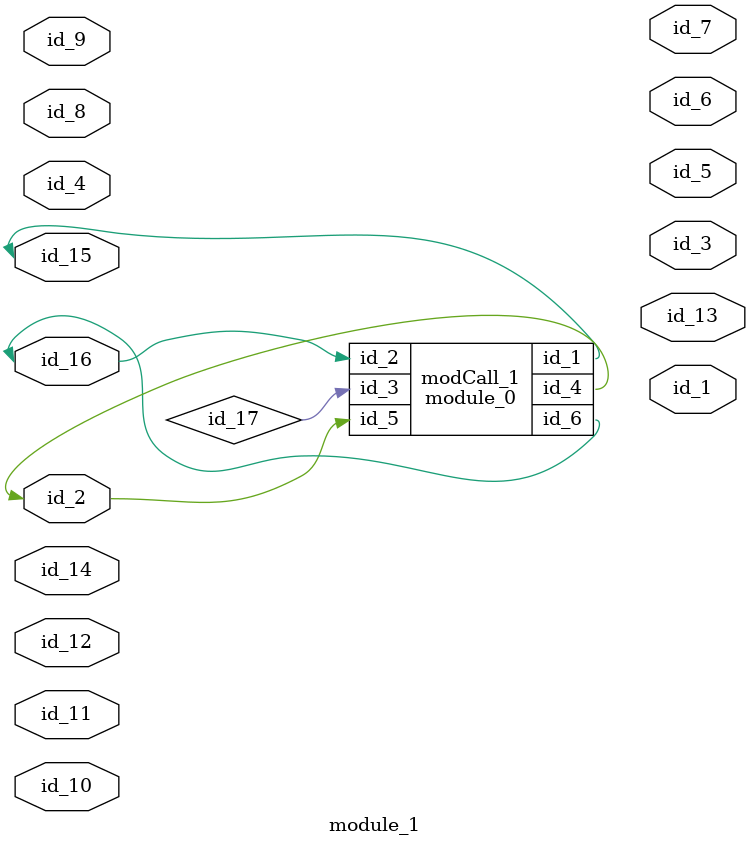
<source format=v>
module module_0 (
    id_1,
    id_2,
    id_3,
    id_4,
    id_5,
    id_6
);
  inout wire id_6;
  input wire id_5;
  output wire id_4;
  input wire id_3;
  input wire id_2;
  inout wire id_1;
endmodule
module module_1 (
    id_1,
    id_2,
    id_3,
    id_4,
    id_5,
    id_6,
    id_7,
    id_8,
    id_9,
    id_10,
    id_11,
    id_12,
    id_13,
    id_14,
    id_15,
    id_16
);
  inout wire id_16;
  inout wire id_15;
  input wire id_14;
  output wire id_13;
  input wire id_12;
  inout wire id_11;
  inout wire id_10;
  input wire id_9;
  inout wire id_8;
  output wire id_7;
  output wire id_6;
  output wire id_5;
  input wire id_4;
  output wire id_3;
  inout wire id_2;
  output wire id_1;
  wire id_17, \id_18 ;
  module_0 modCall_1 (
      id_15,
      id_16,
      id_17,
      id_2,
      id_2,
      id_16
  );
endmodule

</source>
